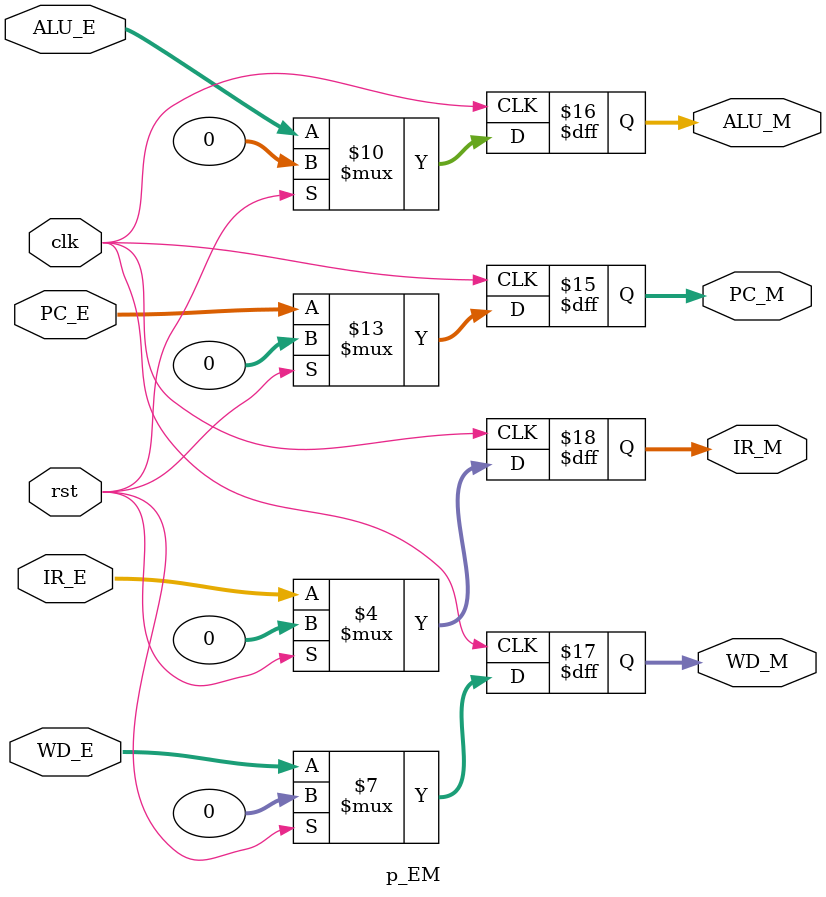
<source format=v>
module p_EM(output reg [31:0] PC_M, ALU_M, WD_M, IR_M, input [31:0] PC_E, ALU_E, WD_E, IR_E, input clk, rst);
	always @(posedge clk ) begin
	   if(!rst) begin
            PC_M<=PC_E;
            ALU_M<=ALU_E;
            WD_M<=WD_E;
            IR_M<=IR_E;
		end
		else begin
            PC_M<=0;
            ALU_M<=0;
            WD_M<=0;
            IR_M<=0;		
		end
	end
endmodule
</source>
